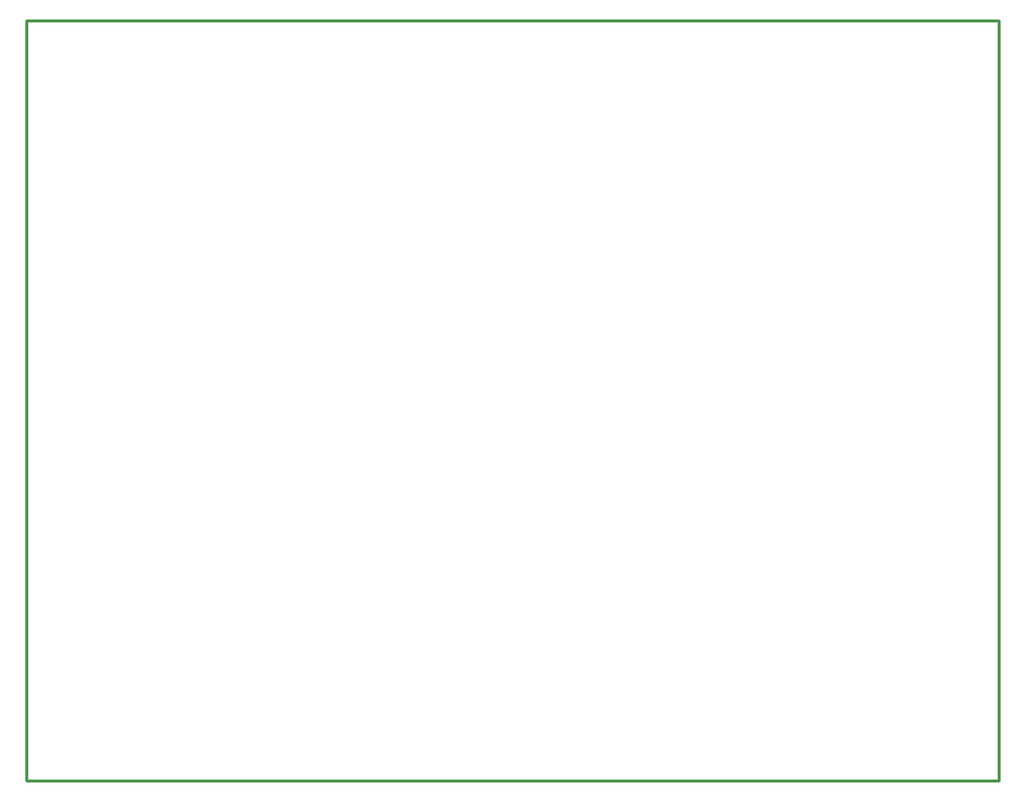
<source format=gm1>
G04*
G04 #@! TF.GenerationSoftware,Altium Limited,Altium Designer,20.0.2 (26)*
G04*
G04 Layer_Color=16711935*
%FSLAX25Y25*%
%MOIN*%
G70*
G01*
G75*
%ADD16C,0.01000*%
D16*
X100000Y240000D02*
X432500D01*
Y500000D01*
X100000Y240000D02*
Y500000D01*
X432500D01*
M02*

</source>
